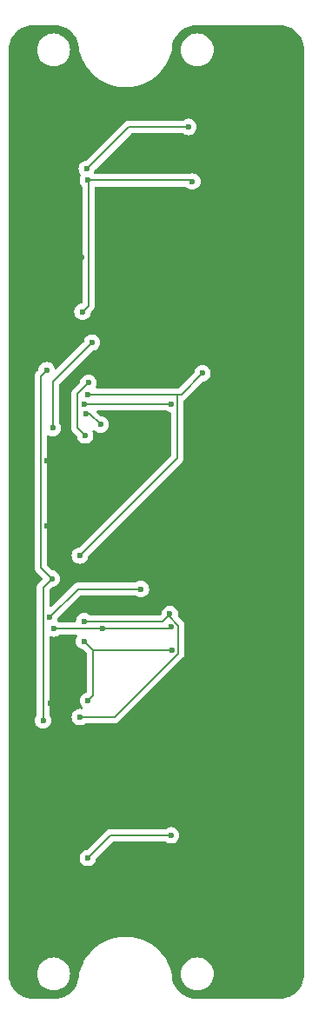
<source format=gbr>
%TF.GenerationSoftware,KiCad,Pcbnew,8.0.6-8.0.6-0~ubuntu24.04.1*%
%TF.CreationDate,2024-12-11T21:49:02+03:00*%
%TF.ProjectId,PM-LED8,504d2d4c-4544-4382-9e6b-696361645f70,rev?*%
%TF.SameCoordinates,Original*%
%TF.FileFunction,Copper,L2,Bot*%
%TF.FilePolarity,Positive*%
%FSLAX46Y46*%
G04 Gerber Fmt 4.6, Leading zero omitted, Abs format (unit mm)*
G04 Created by KiCad (PCBNEW 8.0.6-8.0.6-0~ubuntu24.04.1) date 2024-12-11 21:49:02*
%MOMM*%
%LPD*%
G01*
G04 APERTURE LIST*
%TA.AperFunction,ViaPad*%
%ADD10C,0.600000*%
%TD*%
%TA.AperFunction,Conductor*%
%ADD11C,0.200000*%
%TD*%
G04 APERTURE END LIST*
D10*
%TO.N,Net-(J1-Pin_5)*%
X1439500Y10500000D03*
X-7024800Y10479600D03*
X-1500000Y-7500000D03*
X-10423600Y-10278900D03*
%TO.N,Net-(J1-Pin_8)*%
X1500000Y-13500000D03*
X-7040500Y-12591200D03*
X-6643100Y-18392800D03*
X-10101800Y8167400D03*
X-6258200Y16500000D03*
%TO.N,Net-(J1-Pin_9)*%
X1439500Y-31500000D03*
X-6670300Y-33700000D03*
X-6930200Y7447300D03*
X-6610200Y12570700D03*
%TO.N,Net-(J1-Pin_7)*%
X1437900Y-11204300D03*
X-9977600Y-11359300D03*
X-5218900Y-11359300D03*
%TO.N,Net-(J1-Pin_4)*%
X4500000Y13500000D03*
X-6700000Y11445600D03*
X-7441400Y-4247600D03*
%TO.N,Net-(J1-Pin_6)*%
X1322200Y-9952100D03*
X-7025200Y-10643900D03*
X-7441500Y-19986100D03*
X-5439800Y8508400D03*
X-6809600Y9589800D03*
%TO.N,Net-(J1-Pin_2)*%
X3128200Y37500000D03*
X-6771100Y33408800D03*
X-10182700Y-6493900D03*
X-10672800Y13800000D03*
X-11030800Y-20311100D03*
%TO.N,Net-(J1-Pin_3)*%
X-6670300Y32300000D03*
X3516900Y32178000D03*
X-7184800Y19500000D03*
%TO.N,GND*%
X13470000Y3027300D03*
X13470000Y-27468700D03*
X13470000Y33492800D03*
X13470000Y-7146200D03*
X13470000Y43643000D03*
X13470000Y13172500D03*
X13470000Y23344400D03*
X13470000Y-17302000D03*
X-12515300Y18452600D03*
X-7240600Y4769300D03*
X-10672800Y35022200D03*
X-7240600Y24764700D03*
X-10614000Y-35043100D03*
X-10672800Y-24977800D03*
X-6997200Y-34705000D03*
X-10614000Y-1339400D03*
X-7240600Y-15254800D03*
X-10614000Y4975100D03*
X-10332100Y-18657800D03*
X-10614000Y24956900D03*
%TD*%
D11*
%TO.N,Net-(J1-Pin_5)*%
X-7004400Y10500000D02*
X-7024800Y10479600D01*
X1439500Y10500000D02*
X-7004400Y10500000D01*
X-7644700Y-7500000D02*
X-10423600Y-10278900D01*
X-1500000Y-7500000D02*
X-7644700Y-7500000D01*
%TO.N,Net-(J1-Pin_8)*%
X-6131700Y-17881400D02*
X-6643100Y-18392800D01*
X-6131700Y-13500000D02*
X-6131700Y-17881400D01*
X1500000Y-13500000D02*
X-6131700Y-13500000D01*
X-6131700Y-13500000D02*
X-7040500Y-12591200D01*
X-10101800Y12656400D02*
X-6258200Y16500000D01*
X-10101800Y8167400D02*
X-10101800Y12656400D01*
%TO.N,Net-(J1-Pin_9)*%
X-4470300Y-31500000D02*
X-6670300Y-33700000D01*
X1439500Y-31500000D02*
X-4470300Y-31500000D01*
X-7680400Y11500500D02*
X-6610200Y12570700D01*
X-7680400Y8197500D02*
X-7680400Y11500500D01*
X-6930200Y7447300D02*
X-7680400Y8197500D01*
%TO.N,Net-(J1-Pin_7)*%
X-5218900Y-11359300D02*
X-9977600Y-11359300D01*
X1282900Y-11359300D02*
X1437900Y-11204300D01*
X-5218900Y-11359300D02*
X1282900Y-11359300D01*
%TO.N,Net-(J1-Pin_4)*%
X2042800Y5236600D02*
X-7441400Y-4247600D01*
X2042800Y11445600D02*
X2042800Y5236600D01*
X2445600Y11445600D02*
X2042800Y11445600D01*
X4500000Y13500000D02*
X2445600Y11445600D01*
X2042800Y11445600D02*
X-6700000Y11445600D01*
%TO.N,Net-(J1-Pin_6)*%
X630400Y-10643900D02*
X1179900Y-10094400D01*
X-7025200Y-10643900D02*
X630400Y-10643900D01*
X1179900Y-10094400D02*
X1322200Y-9952100D01*
X-4065600Y-19986100D02*
X-7441500Y-19986100D01*
X2141000Y-13779500D02*
X-4065600Y-19986100D01*
X2141000Y-11055500D02*
X2141000Y-13779500D01*
X1179900Y-10094400D02*
X2141000Y-11055500D01*
X-6521200Y9589800D02*
X-6809600Y9589800D01*
X-5439800Y8508400D02*
X-6521200Y9589800D01*
%TO.N,Net-(J1-Pin_2)*%
X-2679900Y37500000D02*
X-6771100Y33408800D01*
X3128200Y37500000D02*
X-2679900Y37500000D01*
X-11241900Y13230900D02*
X-10672800Y13800000D01*
X-11241900Y-5434700D02*
X-11241900Y13230900D01*
X-10182700Y-6493900D02*
X-11241900Y-5434700D01*
X-11030800Y-7342000D02*
X-10182700Y-6493900D01*
X-11030800Y-20311100D02*
X-11030800Y-7342000D01*
%TO.N,Net-(J1-Pin_3)*%
X3394900Y32300000D02*
X3516900Y32178000D01*
X-6670300Y32300000D02*
X3394900Y32300000D01*
X-6596700Y20088100D02*
X-7184800Y19500000D01*
X-6596700Y32226400D02*
X-6596700Y20088100D01*
X-6670300Y32300000D02*
X-6596700Y32226400D01*
%TD*%
%TA.AperFunction,Conductor*%
%TO.N,GND*%
G36*
X-9896264Y47399274D02*
G01*
X-9618258Y47382458D01*
X-9603395Y47380653D01*
X-9528155Y47366865D01*
X-9333134Y47331126D01*
X-9318605Y47327545D01*
X-9056287Y47245803D01*
X-9042291Y47240495D01*
X-8791736Y47127730D01*
X-8778478Y47120772D01*
X-8543342Y46978627D01*
X-8531031Y46970129D01*
X-8314739Y46800676D01*
X-8303531Y46790746D01*
X-8109255Y46596470D01*
X-8099325Y46585262D01*
X-7929876Y46368976D01*
X-7921370Y46356653D01*
X-7779230Y46121524D01*
X-7772271Y46108265D01*
X-7659506Y45857710D01*
X-7654197Y45843710D01*
X-7572458Y45581403D01*
X-7568874Y45566863D01*
X-7519348Y45296606D01*
X-7517543Y45281742D01*
X-7500844Y45005682D01*
X-7500636Y44996109D01*
X-7501538Y44942543D01*
X-7501306Y44940525D01*
X-7501277Y44940002D01*
X-7501184Y44939301D01*
X-7500933Y44937265D01*
X-7500859Y44936616D01*
X-7500767Y44936133D01*
X-7500501Y44934113D01*
X-7484783Y44875451D01*
X-7484259Y44873426D01*
X-7435975Y44680245D01*
X-7435970Y44680230D01*
X-7302164Y44293831D01*
X-7195608Y44056341D01*
X-7134756Y43920717D01*
X-6935071Y43563848D01*
X-6935066Y43563841D01*
X-6935065Y43563839D01*
X-6819615Y43394552D01*
X-6704664Y43225998D01*
X-6445333Y42909805D01*
X-6159104Y42617739D01*
X-5848210Y42352080D01*
X-5848208Y42352079D01*
X-5848205Y42352076D01*
X-5607236Y42180513D01*
X-5515079Y42114900D01*
X-5515071Y42114896D01*
X-5515069Y42114894D01*
X-5162321Y41908057D01*
X-5162315Y41908055D01*
X-5162313Y41908053D01*
X-4792664Y41733154D01*
X-4792661Y41733153D01*
X-4792659Y41733152D01*
X-4792654Y41733150D01*
X-4409029Y41591569D01*
X-4409010Y41591563D01*
X-4014379Y41484398D01*
X-4014375Y41484397D01*
X-3611810Y41412483D01*
X-3244079Y41379896D01*
X-3204470Y41376385D01*
X-3204469Y41376385D01*
X-2795530Y41376385D01*
X-2759432Y41379585D01*
X-2388190Y41412483D01*
X-1985625Y41484397D01*
X-1590980Y41591566D01*
X-1207336Y41733154D01*
X-837687Y41908053D01*
X-484921Y42114900D01*
X-151790Y42352080D01*
X159104Y42617739D01*
X445333Y42909805D01*
X704664Y43225998D01*
X935071Y43563848D01*
X1134756Y43920717D01*
X1302159Y44293820D01*
X1374904Y44503889D01*
X1435967Y44680223D01*
X1435969Y44680230D01*
X1435974Y44680244D01*
X1484272Y44873486D01*
X1484782Y44875451D01*
X1500500Y44934108D01*
X1500500Y44934114D01*
X1500764Y44936118D01*
X1500854Y44936592D01*
X1500924Y44937199D01*
X1501187Y44939335D01*
X1501276Y44940017D01*
X1501306Y44940526D01*
X1501534Y44942525D01*
X1501537Y44942536D01*
X1500634Y44996129D01*
X1500718Y45000000D01*
X2394551Y45000000D01*
X2414317Y44748849D01*
X2473126Y44503890D01*
X2569533Y44271141D01*
X2701160Y44056347D01*
X2701161Y44056344D01*
X2701164Y44056341D01*
X2864776Y43864776D01*
X3013066Y43738125D01*
X3056343Y43701162D01*
X3056346Y43701161D01*
X3271140Y43569534D01*
X3503889Y43473127D01*
X3748852Y43414317D01*
X4000000Y43394551D01*
X4251148Y43414317D01*
X4496111Y43473127D01*
X4728859Y43569534D01*
X4943659Y43701164D01*
X5135224Y43864776D01*
X5298836Y44056341D01*
X5430466Y44271141D01*
X5526873Y44503889D01*
X5585683Y44748852D01*
X5605449Y45000000D01*
X5585683Y45251148D01*
X5526873Y45496111D01*
X5430466Y45728859D01*
X5430466Y45728860D01*
X5298839Y45943654D01*
X5298838Y45943657D01*
X5261875Y45986934D01*
X5135224Y46135224D01*
X5008571Y46243396D01*
X4943656Y46298839D01*
X4943653Y46298840D01*
X4728859Y46430467D01*
X4496110Y46526874D01*
X4251151Y46585683D01*
X4000000Y46605449D01*
X3748848Y46585683D01*
X3503889Y46526874D01*
X3271140Y46430467D01*
X3056346Y46298840D01*
X3056343Y46298839D01*
X2864776Y46135224D01*
X2701161Y45943657D01*
X2701160Y45943654D01*
X2569533Y45728860D01*
X2473126Y45496111D01*
X2414317Y45251152D01*
X2394551Y45000000D01*
X1500718Y45000000D01*
X1500841Y45005661D01*
X1517542Y45281747D01*
X1519347Y45296606D01*
X1519923Y45299750D01*
X1568874Y45566871D01*
X1572454Y45581392D01*
X1654199Y45843719D01*
X1659501Y45857702D01*
X1772273Y46108272D01*
X1779224Y46121517D01*
X1921378Y46356667D01*
X1929865Y46368963D01*
X2099331Y46585271D01*
X2109246Y46596462D01*
X2303538Y46790754D01*
X2314729Y46800669D01*
X2531037Y46970135D01*
X2543333Y46978622D01*
X2778483Y47120776D01*
X2791728Y47127727D01*
X3042298Y47240499D01*
X3056281Y47245801D01*
X3318608Y47327546D01*
X3333129Y47331126D01*
X3603395Y47380654D01*
X3618255Y47382458D01*
X3896264Y47399274D01*
X3903751Y47399500D01*
X3965892Y47399500D01*
X11934108Y47399500D01*
X11996249Y47399500D01*
X12003736Y47399274D01*
X12281742Y47382458D01*
X12296605Y47380653D01*
X12371845Y47366865D01*
X12566866Y47331126D01*
X12581395Y47327545D01*
X12843713Y47245803D01*
X12857709Y47240495D01*
X13108264Y47127730D01*
X13121522Y47120772D01*
X13356658Y46978627D01*
X13368969Y46970129D01*
X13585261Y46800676D01*
X13596469Y46790746D01*
X13790745Y46596470D01*
X13800675Y46585262D01*
X13970124Y46368976D01*
X13978630Y46356653D01*
X14120770Y46121524D01*
X14127729Y46108265D01*
X14240494Y45857710D01*
X14245803Y45843710D01*
X14327542Y45581403D01*
X14331126Y45566863D01*
X14380652Y45296606D01*
X14382457Y45281742D01*
X14399274Y45003737D01*
X14399500Y44996250D01*
X14399500Y-44996249D01*
X14399274Y-45003736D01*
X14382457Y-45281741D01*
X14380652Y-45296605D01*
X14331126Y-45566862D01*
X14327542Y-45581402D01*
X14245803Y-45843709D01*
X14240494Y-45857709D01*
X14127729Y-46108264D01*
X14120770Y-46121523D01*
X13978630Y-46356652D01*
X13970124Y-46368975D01*
X13800675Y-46585261D01*
X13790745Y-46596469D01*
X13596469Y-46790745D01*
X13585261Y-46800675D01*
X13368975Y-46970124D01*
X13356652Y-46978630D01*
X13121523Y-47120770D01*
X13108264Y-47127729D01*
X12857709Y-47240494D01*
X12843709Y-47245803D01*
X12581402Y-47327542D01*
X12566862Y-47331126D01*
X12296605Y-47380652D01*
X12281741Y-47382457D01*
X12003736Y-47399274D01*
X11996249Y-47399500D01*
X3903751Y-47399500D01*
X3896264Y-47399274D01*
X3618258Y-47382457D01*
X3603394Y-47380652D01*
X3333137Y-47331126D01*
X3318597Y-47327542D01*
X3056290Y-47245803D01*
X3042290Y-47240494D01*
X2791735Y-47127729D01*
X2778476Y-47120770D01*
X2543347Y-46978630D01*
X2531024Y-46970124D01*
X2314738Y-46800675D01*
X2303530Y-46790745D01*
X2109254Y-46596469D01*
X2099324Y-46585261D01*
X1929875Y-46368975D01*
X1921373Y-46356658D01*
X1779228Y-46121522D01*
X1772270Y-46108264D01*
X1698188Y-45943659D01*
X1659504Y-45857706D01*
X1654196Y-45843709D01*
X1572457Y-45581402D01*
X1568873Y-45566862D01*
X1560135Y-45519182D01*
X1519347Y-45296605D01*
X1517542Y-45281742D01*
X1517542Y-45281741D01*
X1500841Y-45005660D01*
X1500718Y-45000000D01*
X2394551Y-45000000D01*
X2414317Y-45251151D01*
X2473126Y-45496110D01*
X2569533Y-45728859D01*
X2701160Y-45943653D01*
X2701161Y-45943656D01*
X2701164Y-45943659D01*
X2864776Y-46135224D01*
X2964391Y-46220303D01*
X3056343Y-46298838D01*
X3056346Y-46298839D01*
X3271140Y-46430466D01*
X3503889Y-46526873D01*
X3748852Y-46585683D01*
X4000000Y-46605449D01*
X4251148Y-46585683D01*
X4496111Y-46526873D01*
X4728859Y-46430466D01*
X4943659Y-46298836D01*
X5135224Y-46135224D01*
X5298836Y-45943659D01*
X5430466Y-45728859D01*
X5526873Y-45496111D01*
X5585683Y-45251148D01*
X5605449Y-45000000D01*
X5585683Y-44748852D01*
X5526873Y-44503889D01*
X5430466Y-44271141D01*
X5430466Y-44271140D01*
X5298839Y-44056346D01*
X5298838Y-44056343D01*
X5261875Y-44013066D01*
X5135224Y-43864776D01*
X5008571Y-43756604D01*
X4943656Y-43701161D01*
X4943653Y-43701160D01*
X4728859Y-43569533D01*
X4496110Y-43473126D01*
X4251151Y-43414317D01*
X4000000Y-43394551D01*
X3748848Y-43414317D01*
X3503889Y-43473126D01*
X3271140Y-43569533D01*
X3056346Y-43701160D01*
X3056343Y-43701161D01*
X2864776Y-43864776D01*
X2701161Y-44056343D01*
X2701160Y-44056346D01*
X2569533Y-44271140D01*
X2473126Y-44503889D01*
X2414317Y-44748848D01*
X2394551Y-45000000D01*
X1500718Y-45000000D01*
X1500634Y-44996126D01*
X1501537Y-44942536D01*
X1501537Y-44942534D01*
X1501537Y-44942532D01*
X1501306Y-44940516D01*
X1501277Y-44940010D01*
X1501187Y-44939326D01*
X1500930Y-44937239D01*
X1500858Y-44936616D01*
X1500766Y-44936129D01*
X1500500Y-44934110D01*
X1500500Y-44934108D01*
X1484772Y-44875415D01*
X1484250Y-44873394D01*
X1477113Y-44844838D01*
X1435974Y-44680244D01*
X1435969Y-44680229D01*
X1435967Y-44680222D01*
X1302163Y-44293830D01*
X1195609Y-44056346D01*
X1134756Y-43920717D01*
X935071Y-43563848D01*
X704664Y-43225998D01*
X445333Y-42909805D01*
X159104Y-42617739D01*
X-151790Y-42352080D01*
X-151793Y-42352078D01*
X-151796Y-42352075D01*
X-484911Y-42114907D01*
X-484932Y-42114893D01*
X-837680Y-41908056D01*
X-1207342Y-41733151D01*
X-1207347Y-41733149D01*
X-1590972Y-41591568D01*
X-1590991Y-41591562D01*
X-1985622Y-41484397D01*
X-1985628Y-41484396D01*
X-2388189Y-41412483D01*
X-2795530Y-41376385D01*
X-2795531Y-41376385D01*
X-3204469Y-41376385D01*
X-3204470Y-41376385D01*
X-3611812Y-41412483D01*
X-4014373Y-41484396D01*
X-4014379Y-41484397D01*
X-4409010Y-41591562D01*
X-4409029Y-41591568D01*
X-4792654Y-41733149D01*
X-4792659Y-41733151D01*
X-5162321Y-41908056D01*
X-5515069Y-42114893D01*
X-5515090Y-42114907D01*
X-5848205Y-42352075D01*
X-5848215Y-42352084D01*
X-6159105Y-42617739D01*
X-6445324Y-42909795D01*
X-6445340Y-42909813D01*
X-6704657Y-43225988D01*
X-6704671Y-43226007D01*
X-6935065Y-43563838D01*
X-6935069Y-43563844D01*
X-6935071Y-43563848D01*
X-7066778Y-43799230D01*
X-7134753Y-43920712D01*
X-7134760Y-43920724D01*
X-7302164Y-44293830D01*
X-7435970Y-44680229D01*
X-7435973Y-44680239D01*
X-7484260Y-44873425D01*
X-7484783Y-44875446D01*
X-7500501Y-44934113D01*
X-7500767Y-44936134D01*
X-7500861Y-44936628D01*
X-7500938Y-44937301D01*
X-7501184Y-44939298D01*
X-7501277Y-44940005D01*
X-7501306Y-44940515D01*
X-7501538Y-44942534D01*
X-7500636Y-44996107D01*
X-7500844Y-45005680D01*
X-7517543Y-45281741D01*
X-7519348Y-45296605D01*
X-7568874Y-45566862D01*
X-7572458Y-45581402D01*
X-7654197Y-45843709D01*
X-7659506Y-45857709D01*
X-7772271Y-46108264D01*
X-7779230Y-46121523D01*
X-7921370Y-46356652D01*
X-7929876Y-46368975D01*
X-8099325Y-46585261D01*
X-8109255Y-46596469D01*
X-8303531Y-46790745D01*
X-8314739Y-46800675D01*
X-8531025Y-46970124D01*
X-8543348Y-46978630D01*
X-8778477Y-47120770D01*
X-8791736Y-47127729D01*
X-9042291Y-47240494D01*
X-9056291Y-47245803D01*
X-9318598Y-47327542D01*
X-9333138Y-47331126D01*
X-9603395Y-47380652D01*
X-9618259Y-47382457D01*
X-9896264Y-47399274D01*
X-9903751Y-47399500D01*
X-11996249Y-47399500D01*
X-12003736Y-47399274D01*
X-12281742Y-47382457D01*
X-12296606Y-47380652D01*
X-12566863Y-47331126D01*
X-12581403Y-47327542D01*
X-12843710Y-47245803D01*
X-12857710Y-47240494D01*
X-13108265Y-47127729D01*
X-13121524Y-47120770D01*
X-13356653Y-46978630D01*
X-13368976Y-46970124D01*
X-13585262Y-46800675D01*
X-13596470Y-46790745D01*
X-13790746Y-46596469D01*
X-13800676Y-46585261D01*
X-13970125Y-46368975D01*
X-13978627Y-46356658D01*
X-14120772Y-46121522D01*
X-14127730Y-46108264D01*
X-14201812Y-45943659D01*
X-14240496Y-45857706D01*
X-14245804Y-45843709D01*
X-14327543Y-45581402D01*
X-14331127Y-45566862D01*
X-14339865Y-45519182D01*
X-14380653Y-45296605D01*
X-14382458Y-45281741D01*
X-14384309Y-45251148D01*
X-14399274Y-45003736D01*
X-14399387Y-45000000D01*
X-11605449Y-45000000D01*
X-11585683Y-45251151D01*
X-11526874Y-45496110D01*
X-11430467Y-45728859D01*
X-11298840Y-45943653D01*
X-11298839Y-45943656D01*
X-11298836Y-45943659D01*
X-11135224Y-46135224D01*
X-11035609Y-46220303D01*
X-10943657Y-46298838D01*
X-10943654Y-46298839D01*
X-10728860Y-46430466D01*
X-10496111Y-46526873D01*
X-10251148Y-46585683D01*
X-10000000Y-46605449D01*
X-9748852Y-46585683D01*
X-9503889Y-46526873D01*
X-9271141Y-46430466D01*
X-9056341Y-46298836D01*
X-8864776Y-46135224D01*
X-8701164Y-45943659D01*
X-8569534Y-45728859D01*
X-8473127Y-45496111D01*
X-8414317Y-45251148D01*
X-8394551Y-45000000D01*
X-8414317Y-44748852D01*
X-8473127Y-44503889D01*
X-8569534Y-44271141D01*
X-8569534Y-44271140D01*
X-8701161Y-44056346D01*
X-8701162Y-44056343D01*
X-8738125Y-44013066D01*
X-8864776Y-43864776D01*
X-8991429Y-43756604D01*
X-9056344Y-43701161D01*
X-9056347Y-43701160D01*
X-9271141Y-43569533D01*
X-9503890Y-43473126D01*
X-9748849Y-43414317D01*
X-10000000Y-43394551D01*
X-10251152Y-43414317D01*
X-10496111Y-43473126D01*
X-10728860Y-43569533D01*
X-10943654Y-43701160D01*
X-10943657Y-43701161D01*
X-11135224Y-43864776D01*
X-11298839Y-44056343D01*
X-11298840Y-44056346D01*
X-11430467Y-44271140D01*
X-11526874Y-44503889D01*
X-11585683Y-44748848D01*
X-11605449Y-45000000D01*
X-14399387Y-45000000D01*
X-14399500Y-44996249D01*
X-14399500Y-33699996D01*
X-7475865Y-33699996D01*
X-7475865Y-33700003D01*
X-7455670Y-33879249D01*
X-7455669Y-33879254D01*
X-7396089Y-34049523D01*
X-7300116Y-34202262D01*
X-7172562Y-34329816D01*
X-7019822Y-34425789D01*
X-6849555Y-34485368D01*
X-6849550Y-34485369D01*
X-6670304Y-34505565D01*
X-6670300Y-34505565D01*
X-6670296Y-34505565D01*
X-6491051Y-34485369D01*
X-6491048Y-34485368D01*
X-6491045Y-34485368D01*
X-6320778Y-34425789D01*
X-6168038Y-34329816D01*
X-6040484Y-34202262D01*
X-5944511Y-34049522D01*
X-5884932Y-33879255D01*
X-5875139Y-33792329D01*
X-5848074Y-33727918D01*
X-5839610Y-33718543D01*
X-4257884Y-32136819D01*
X-4196561Y-32103334D01*
X-4170203Y-32100500D01*
X857088Y-32100500D01*
X924127Y-32120185D01*
X934403Y-32127555D01*
X937236Y-32129814D01*
X937238Y-32129816D01*
X1089978Y-32225789D01*
X1260245Y-32285368D01*
X1260250Y-32285369D01*
X1439496Y-32305565D01*
X1439500Y-32305565D01*
X1439504Y-32305565D01*
X1618749Y-32285369D01*
X1618752Y-32285368D01*
X1618755Y-32285368D01*
X1789022Y-32225789D01*
X1941762Y-32129816D01*
X2069316Y-32002262D01*
X2165289Y-31849522D01*
X2224868Y-31679255D01*
X2245065Y-31500000D01*
X2224868Y-31320745D01*
X2165289Y-31150478D01*
X2069316Y-30997738D01*
X1941762Y-30870184D01*
X1789023Y-30774211D01*
X1618754Y-30714631D01*
X1618749Y-30714630D01*
X1439504Y-30694435D01*
X1439496Y-30694435D01*
X1260250Y-30714630D01*
X1260245Y-30714631D01*
X1089976Y-30774211D01*
X937236Y-30870185D01*
X934403Y-30872445D01*
X932224Y-30873334D01*
X931342Y-30873889D01*
X931244Y-30873734D01*
X869717Y-30898855D01*
X857088Y-30899500D01*
X-4383631Y-30899500D01*
X-4383647Y-30899499D01*
X-4391243Y-30899499D01*
X-4549357Y-30899499D01*
X-4656713Y-30928265D01*
X-4702090Y-30940424D01*
X-4702091Y-30940425D01*
X-4737234Y-30960716D01*
X-4737236Y-30960717D01*
X-4839010Y-31019475D01*
X-4839018Y-31019481D01*
X-4950822Y-31131286D01*
X-6688835Y-32869298D01*
X-6750158Y-32902783D01*
X-6762632Y-32904837D01*
X-6849550Y-32914630D01*
X-7019822Y-32974210D01*
X-7172563Y-33070184D01*
X-7300116Y-33197737D01*
X-7396089Y-33350476D01*
X-7455669Y-33520745D01*
X-7455670Y-33520750D01*
X-7475865Y-33699996D01*
X-14399500Y-33699996D01*
X-14399500Y-5513754D01*
X-11842402Y-5513754D01*
X-11801476Y-5666489D01*
X-11801475Y-5666490D01*
X-11777202Y-5708531D01*
X-11777201Y-5708533D01*
X-11722425Y-5803409D01*
X-11722419Y-5803417D01*
X-11603551Y-5922285D01*
X-11603545Y-5922290D01*
X-11119617Y-6406218D01*
X-11086132Y-6467541D01*
X-11091116Y-6537233D01*
X-11119617Y-6581580D01*
X-11399514Y-6861478D01*
X-11511319Y-6973282D01*
X-11511321Y-6973285D01*
X-11545901Y-7033181D01*
X-11545902Y-7033183D01*
X-11590377Y-7110214D01*
X-11593995Y-7123716D01*
X-11631301Y-7262943D01*
X-11631301Y-7262945D01*
X-11631301Y-7431046D01*
X-11631300Y-7431059D01*
X-11631300Y-19728687D01*
X-11650985Y-19795726D01*
X-11658350Y-19805996D01*
X-11660614Y-19808834D01*
X-11756589Y-19961576D01*
X-11816169Y-20131845D01*
X-11816170Y-20131850D01*
X-11836365Y-20311096D01*
X-11836365Y-20311103D01*
X-11816170Y-20490349D01*
X-11816169Y-20490354D01*
X-11756589Y-20660623D01*
X-11724376Y-20711889D01*
X-11660616Y-20813362D01*
X-11533062Y-20940916D01*
X-11380322Y-21036889D01*
X-11210055Y-21096468D01*
X-11210050Y-21096469D01*
X-11030804Y-21116665D01*
X-11030800Y-21116665D01*
X-11030796Y-21116665D01*
X-10851551Y-21096469D01*
X-10851548Y-21096468D01*
X-10851545Y-21096468D01*
X-10681278Y-21036889D01*
X-10528538Y-20940916D01*
X-10400984Y-20813362D01*
X-10305011Y-20660622D01*
X-10245432Y-20490355D01*
X-10245207Y-20488362D01*
X-10225235Y-20311103D01*
X-10225235Y-20311096D01*
X-10245431Y-20131850D01*
X-10245432Y-20131845D01*
X-10305011Y-19961578D01*
X-10400984Y-19808838D01*
X-10400986Y-19808836D01*
X-10400987Y-19808834D01*
X-10403250Y-19805996D01*
X-10404141Y-19803815D01*
X-10404689Y-19802942D01*
X-10404536Y-19802845D01*
X-10429656Y-19741309D01*
X-10430300Y-19728687D01*
X-10430300Y-12223747D01*
X-10410615Y-12156708D01*
X-10357811Y-12110953D01*
X-10288653Y-12101009D01*
X-10265345Y-12106706D01*
X-10156863Y-12144666D01*
X-10156857Y-12144667D01*
X-10156855Y-12144668D01*
X-10156854Y-12144668D01*
X-10156850Y-12144669D01*
X-9977604Y-12164865D01*
X-9977600Y-12164865D01*
X-9977596Y-12164865D01*
X-9798351Y-12144669D01*
X-9798348Y-12144668D01*
X-9798345Y-12144668D01*
X-9628078Y-12085089D01*
X-9475338Y-11989116D01*
X-9475333Y-11989110D01*
X-9472503Y-11986855D01*
X-9470325Y-11985965D01*
X-9469442Y-11985411D01*
X-9469345Y-11985565D01*
X-9407817Y-11960445D01*
X-9395188Y-11959800D01*
X-7813535Y-11959800D01*
X-7746496Y-11979485D01*
X-7700741Y-12032289D01*
X-7690797Y-12101447D01*
X-7708541Y-12149772D01*
X-7766289Y-12241676D01*
X-7825869Y-12411945D01*
X-7825870Y-12411950D01*
X-7846065Y-12591196D01*
X-7846065Y-12591203D01*
X-7825870Y-12770449D01*
X-7825869Y-12770454D01*
X-7766289Y-12940723D01*
X-7670316Y-13093462D01*
X-7542762Y-13221016D01*
X-7390022Y-13316989D01*
X-7219755Y-13376568D01*
X-7132831Y-13386361D01*
X-7068420Y-13413426D01*
X-7059035Y-13421900D01*
X-6768519Y-13712416D01*
X-6735034Y-13773739D01*
X-6732200Y-13800097D01*
X-6732200Y-17487968D01*
X-6751885Y-17555007D01*
X-6804689Y-17600762D01*
X-6815975Y-17604587D01*
X-6815783Y-17605133D01*
X-6822353Y-17607431D01*
X-6822355Y-17607432D01*
X-6884942Y-17629331D01*
X-6992622Y-17667010D01*
X-7145363Y-17762984D01*
X-7272916Y-17890537D01*
X-7368889Y-18043276D01*
X-7428469Y-18213545D01*
X-7428470Y-18213550D01*
X-7448665Y-18392796D01*
X-7448665Y-18392803D01*
X-7428470Y-18572049D01*
X-7428469Y-18572054D01*
X-7368889Y-18742323D01*
X-7272916Y-18895062D01*
X-7180366Y-18987612D01*
X-7146881Y-19048935D01*
X-7151865Y-19118627D01*
X-7193737Y-19174560D01*
X-7259201Y-19198977D01*
X-7281930Y-19198513D01*
X-7441496Y-19180535D01*
X-7441504Y-19180535D01*
X-7620750Y-19200730D01*
X-7620755Y-19200731D01*
X-7791024Y-19260311D01*
X-7943763Y-19356284D01*
X-8071316Y-19483837D01*
X-8167289Y-19636576D01*
X-8226869Y-19806845D01*
X-8226870Y-19806850D01*
X-8247065Y-19986096D01*
X-8247065Y-19986103D01*
X-8226870Y-20165349D01*
X-8226869Y-20165354D01*
X-8167289Y-20335623D01*
X-8071316Y-20488362D01*
X-7943762Y-20615916D01*
X-7791022Y-20711889D01*
X-7620755Y-20771468D01*
X-7620750Y-20771469D01*
X-7441504Y-20791665D01*
X-7441500Y-20791665D01*
X-7441496Y-20791665D01*
X-7262251Y-20771469D01*
X-7262248Y-20771468D01*
X-7262245Y-20771468D01*
X-7091978Y-20711889D01*
X-6939238Y-20615916D01*
X-6939233Y-20615910D01*
X-6936403Y-20613655D01*
X-6934225Y-20612765D01*
X-6933342Y-20612211D01*
X-6933245Y-20612365D01*
X-6871717Y-20587245D01*
X-6859088Y-20586600D01*
X-4152269Y-20586600D01*
X-4152253Y-20586601D01*
X-4144657Y-20586601D01*
X-3986546Y-20586601D01*
X-3986543Y-20586601D01*
X-3833815Y-20545677D01*
X-3783696Y-20516739D01*
X-3696884Y-20466620D01*
X-3585080Y-20354816D01*
X-3585080Y-20354814D01*
X-3574872Y-20344607D01*
X-3574870Y-20344604D01*
X2499506Y-14270228D01*
X2499511Y-14270224D01*
X2509714Y-14260020D01*
X2509716Y-14260020D01*
X2621520Y-14148216D01*
X2684412Y-14039283D01*
X2700577Y-14011285D01*
X2741501Y-13858557D01*
X2741501Y-13700443D01*
X2741501Y-13692848D01*
X2741500Y-13692830D01*
X2741500Y-11144560D01*
X2741501Y-11144547D01*
X2741501Y-10976444D01*
X2700576Y-10823714D01*
X2700573Y-10823709D01*
X2621524Y-10686790D01*
X2621518Y-10686782D01*
X2145593Y-10210857D01*
X2112108Y-10149534D01*
X2110054Y-10109292D01*
X2127765Y-9952102D01*
X2127765Y-9952096D01*
X2107569Y-9772850D01*
X2107568Y-9772845D01*
X2047988Y-9602576D01*
X1952015Y-9449837D01*
X1824462Y-9322284D01*
X1671723Y-9226311D01*
X1501454Y-9166731D01*
X1501449Y-9166730D01*
X1322204Y-9146535D01*
X1322196Y-9146535D01*
X1142950Y-9166730D01*
X1142945Y-9166731D01*
X972676Y-9226311D01*
X819937Y-9322284D01*
X692384Y-9449837D01*
X596410Y-9602578D01*
X536830Y-9772850D01*
X527037Y-9859767D01*
X499970Y-9924181D01*
X491499Y-9933563D01*
X417984Y-10007080D01*
X356662Y-10040566D01*
X330302Y-10043400D01*
X-6442788Y-10043400D01*
X-6509827Y-10023715D01*
X-6520103Y-10016345D01*
X-6522937Y-10014085D01*
X-6522938Y-10014084D01*
X-6579704Y-9978415D01*
X-6675677Y-9918111D01*
X-6845946Y-9858531D01*
X-6845951Y-9858530D01*
X-7025196Y-9838335D01*
X-7025204Y-9838335D01*
X-7204450Y-9858530D01*
X-7204455Y-9858531D01*
X-7374724Y-9918111D01*
X-7527463Y-10014084D01*
X-7655016Y-10141637D01*
X-7750989Y-10294376D01*
X-7810569Y-10464645D01*
X-7810570Y-10464650D01*
X-7831304Y-10648683D01*
X-7858370Y-10713097D01*
X-7915965Y-10752652D01*
X-7954524Y-10758800D01*
X-9395188Y-10758800D01*
X-9462227Y-10739115D01*
X-9472503Y-10731745D01*
X-9475337Y-10729485D01*
X-9475338Y-10729484D01*
X-9602977Y-10649283D01*
X-9649265Y-10596952D01*
X-9659914Y-10527898D01*
X-9654047Y-10503349D01*
X-9638232Y-10458155D01*
X-9628439Y-10371229D01*
X-9601374Y-10306818D01*
X-9592910Y-10297443D01*
X-7432284Y-8136819D01*
X-7370961Y-8103334D01*
X-7344603Y-8100500D01*
X-2082412Y-8100500D01*
X-2015373Y-8120185D01*
X-2005097Y-8127555D01*
X-2002264Y-8129814D01*
X-2002262Y-8129816D01*
X-1849522Y-8225789D01*
X-1679255Y-8285368D01*
X-1679250Y-8285369D01*
X-1500004Y-8305565D01*
X-1500000Y-8305565D01*
X-1499996Y-8305565D01*
X-1320751Y-8285369D01*
X-1320748Y-8285368D01*
X-1320745Y-8285368D01*
X-1150478Y-8225789D01*
X-997738Y-8129816D01*
X-870184Y-8002262D01*
X-774211Y-7849522D01*
X-714632Y-7679255D01*
X-704658Y-7590735D01*
X-694435Y-7500003D01*
X-694435Y-7499996D01*
X-714631Y-7320750D01*
X-714632Y-7320745D01*
X-725719Y-7289060D01*
X-774211Y-7150478D01*
X-799511Y-7110214D01*
X-813418Y-7088080D01*
X-870184Y-6997738D01*
X-997738Y-6870184D01*
X-1011590Y-6861480D01*
X-1150477Y-6774211D01*
X-1320746Y-6714631D01*
X-1320751Y-6714630D01*
X-1499996Y-6694435D01*
X-1500004Y-6694435D01*
X-1679250Y-6714630D01*
X-1679255Y-6714631D01*
X-1849524Y-6774211D01*
X-2002264Y-6870185D01*
X-2005097Y-6872445D01*
X-2007276Y-6873334D01*
X-2008158Y-6873889D01*
X-2008256Y-6873734D01*
X-2069783Y-6898855D01*
X-2082412Y-6899500D01*
X-7565643Y-6899500D01*
X-7723757Y-6899500D01*
X-7876485Y-6940423D01*
X-7876486Y-6940423D01*
X-7876488Y-6940424D01*
X-7876491Y-6940425D01*
X-7911634Y-6960716D01*
X-7911636Y-6960717D01*
X-8013410Y-7019475D01*
X-8013418Y-7019481D01*
X-10218619Y-9224683D01*
X-10279942Y-9258168D01*
X-10349634Y-9253184D01*
X-10405567Y-9211312D01*
X-10429984Y-9145848D01*
X-10430300Y-9137002D01*
X-10430300Y-7642096D01*
X-10410615Y-7575057D01*
X-10393985Y-7554419D01*
X-10164165Y-7324598D01*
X-10102844Y-7291115D01*
X-10090389Y-7289063D01*
X-10003445Y-7279268D01*
X-9833178Y-7219689D01*
X-9680438Y-7123716D01*
X-9552884Y-6996162D01*
X-9456911Y-6843422D01*
X-9397332Y-6673155D01*
X-9377135Y-6493900D01*
X-9380105Y-6467541D01*
X-9397331Y-6314650D01*
X-9397332Y-6314645D01*
X-9456912Y-6144376D01*
X-9552885Y-5991637D01*
X-9680438Y-5864084D01*
X-9833179Y-5768110D01*
X-10003451Y-5708530D01*
X-10090370Y-5698737D01*
X-10154784Y-5671670D01*
X-10164167Y-5663198D01*
X-10605081Y-5222284D01*
X-10638566Y-5160961D01*
X-10641400Y-5134603D01*
X-10641400Y7336684D01*
X-10621715Y7403723D01*
X-10568911Y7449478D01*
X-10499753Y7459422D01*
X-10457878Y7444044D01*
X-10457595Y7444631D01*
X-10451553Y7441722D01*
X-10451419Y7441672D01*
X-10451322Y7441611D01*
X-10281055Y7382032D01*
X-10281050Y7382031D01*
X-10101804Y7361835D01*
X-10101800Y7361835D01*
X-10101796Y7361835D01*
X-9922551Y7382031D01*
X-9922548Y7382032D01*
X-9922545Y7382032D01*
X-9752278Y7441611D01*
X-9599538Y7537584D01*
X-9471984Y7665138D01*
X-9376011Y7817878D01*
X-9316432Y7988145D01*
X-9316431Y7988151D01*
X-9301750Y8118446D01*
X-8280902Y8118446D01*
X-8280901Y8118443D01*
X-8242871Y7976514D01*
X-8239976Y7965713D01*
X-8230652Y7949564D01*
X-8230651Y7949562D01*
X-8160923Y7828788D01*
X-8160919Y7828783D01*
X-8042051Y7709915D01*
X-8042045Y7709910D01*
X-7760902Y7428767D01*
X-7727417Y7367444D01*
X-7725363Y7354970D01*
X-7715570Y7268051D01*
X-7655990Y7097779D01*
X-7560016Y6945038D01*
X-7432462Y6817484D01*
X-7279722Y6721511D01*
X-7109455Y6661932D01*
X-7109450Y6661931D01*
X-6930204Y6641735D01*
X-6930200Y6641735D01*
X-6930196Y6641735D01*
X-6750951Y6661931D01*
X-6750948Y6661932D01*
X-6750945Y6661932D01*
X-6580678Y6721511D01*
X-6427938Y6817484D01*
X-6300384Y6945038D01*
X-6204411Y7097778D01*
X-6144832Y7268045D01*
X-6135038Y7354970D01*
X-6124635Y7447297D01*
X-6124635Y7447304D01*
X-6144831Y7626550D01*
X-6144832Y7626555D01*
X-6176473Y7716980D01*
X-6204411Y7796822D01*
X-6204413Y7796825D01*
X-6204413Y7796826D01*
X-6207407Y7803044D01*
X-6218761Y7871985D01*
X-6191039Y7936120D01*
X-6133045Y7975087D01*
X-6063190Y7976514D01*
X-6008007Y7944529D01*
X-5942062Y7878584D01*
X-5862812Y7828788D01*
X-5845448Y7817877D01*
X-5789322Y7782611D01*
X-5619055Y7723032D01*
X-5619050Y7723031D01*
X-5439804Y7702835D01*
X-5439800Y7702835D01*
X-5439796Y7702835D01*
X-5260551Y7723031D01*
X-5260548Y7723032D01*
X-5260545Y7723032D01*
X-5090278Y7782611D01*
X-4937538Y7878584D01*
X-4809984Y8006138D01*
X-4714011Y8158878D01*
X-4654432Y8329145D01*
X-4654431Y8329151D01*
X-4634235Y8508397D01*
X-4634235Y8508404D01*
X-4654431Y8687650D01*
X-4654432Y8687655D01*
X-4714012Y8857924D01*
X-4809985Y9010663D01*
X-4937538Y9138216D01*
X-5090279Y9234190D01*
X-5260551Y9293770D01*
X-5347470Y9303563D01*
X-5411884Y9330630D01*
X-5421267Y9339102D01*
X-5769984Y9687819D01*
X-5803469Y9749142D01*
X-5798485Y9818834D01*
X-5756613Y9874767D01*
X-5691149Y9899184D01*
X-5682303Y9899500D01*
X857088Y9899500D01*
X924127Y9879815D01*
X934403Y9872445D01*
X937236Y9870186D01*
X937238Y9870184D01*
X1089978Y9774211D01*
X1260245Y9714632D01*
X1260250Y9714631D01*
X1332183Y9706526D01*
X1396597Y9679460D01*
X1436153Y9621865D01*
X1442300Y9583306D01*
X1442300Y5536698D01*
X1422615Y5469659D01*
X1405981Y5449017D01*
X-7459935Y-3416898D01*
X-7521258Y-3450383D01*
X-7533732Y-3452437D01*
X-7620650Y-3462230D01*
X-7790922Y-3521810D01*
X-7943663Y-3617784D01*
X-8071216Y-3745337D01*
X-8167189Y-3898076D01*
X-8226769Y-4068345D01*
X-8226770Y-4068350D01*
X-8246965Y-4247596D01*
X-8246965Y-4247603D01*
X-8226770Y-4426849D01*
X-8226769Y-4426854D01*
X-8167189Y-4597123D01*
X-8071216Y-4749862D01*
X-7943662Y-4877416D01*
X-7790922Y-4973389D01*
X-7620655Y-5032968D01*
X-7620650Y-5032969D01*
X-7441404Y-5053165D01*
X-7441400Y-5053165D01*
X-7441396Y-5053165D01*
X-7262151Y-5032969D01*
X-7262148Y-5032968D01*
X-7262145Y-5032968D01*
X-7091878Y-4973389D01*
X-6939138Y-4877416D01*
X-6811584Y-4749862D01*
X-6715611Y-4597122D01*
X-6656032Y-4426855D01*
X-6646239Y-4339929D01*
X-6619174Y-4275518D01*
X-6610710Y-4266143D01*
X2411513Y4756079D01*
X2411516Y4756080D01*
X2523320Y4867884D01*
X2573439Y4954696D01*
X2602377Y5004815D01*
X2643300Y5157542D01*
X2643300Y5315657D01*
X2643300Y10794753D01*
X2662985Y10861792D01*
X2705299Y10902139D01*
X2722667Y10912167D01*
X2772474Y10940923D01*
X2814316Y10965080D01*
X2926120Y11076884D01*
X2926120Y11076886D01*
X2936324Y11087089D01*
X2936328Y11087094D01*
X4518535Y12669302D01*
X4579856Y12702785D01*
X4592311Y12704837D01*
X4679255Y12714632D01*
X4849522Y12774211D01*
X5002262Y12870184D01*
X5129816Y12997738D01*
X5225789Y13150478D01*
X5285368Y13320745D01*
X5305565Y13500000D01*
X5302419Y13527918D01*
X5285369Y13679250D01*
X5285368Y13679255D01*
X5236632Y13818535D01*
X5225789Y13849522D01*
X5198303Y13893265D01*
X5129815Y14002263D01*
X5002262Y14129816D01*
X4849523Y14225789D01*
X4679254Y14285369D01*
X4679249Y14285370D01*
X4500004Y14305565D01*
X4499996Y14305565D01*
X4320750Y14285370D01*
X4320745Y14285369D01*
X4150476Y14225789D01*
X3997737Y14129816D01*
X3870184Y14002263D01*
X3774210Y13849522D01*
X3714630Y13679250D01*
X3704837Y13592332D01*
X3677770Y13527918D01*
X3669298Y13518535D01*
X2233184Y12082419D01*
X2171861Y12048934D01*
X2145503Y12046100D01*
X-5771379Y12046100D01*
X-5838418Y12065785D01*
X-5884173Y12118589D01*
X-5894117Y12187747D01*
X-5886006Y12214359D01*
X-5886711Y12214605D01*
X-5884411Y12221178D01*
X-5824832Y12391445D01*
X-5804635Y12570700D01*
X-5807781Y12598618D01*
X-5824831Y12749950D01*
X-5824832Y12749955D01*
X-5866902Y12870184D01*
X-5884411Y12920222D01*
X-5980384Y13072962D01*
X-6107938Y13200516D01*
X-6260677Y13296489D01*
X-6430946Y13356069D01*
X-6430951Y13356070D01*
X-6610196Y13376265D01*
X-6610204Y13376265D01*
X-6789450Y13356070D01*
X-6789455Y13356069D01*
X-6959724Y13296489D01*
X-7112463Y13200516D01*
X-7240016Y13072963D01*
X-7335990Y12920222D01*
X-7395570Y12749950D01*
X-7405363Y12663032D01*
X-7432430Y12598618D01*
X-7440902Y12589235D01*
X-7808958Y12221178D01*
X-8049114Y11981022D01*
X-8049116Y11981020D01*
X-8105018Y11925119D01*
X-8160919Y11869218D01*
X-8160920Y11869216D01*
X-8174952Y11844911D01*
X-8239977Y11732285D01*
X-8280901Y11579557D01*
X-8280901Y11579555D01*
X-8280901Y11411454D01*
X-8280900Y11411441D01*
X-8280900Y8284170D01*
X-8280901Y8284152D01*
X-8280901Y8118446D01*
X-8280902Y8118446D01*
X-9301750Y8118446D01*
X-9296235Y8167397D01*
X-9296235Y8167404D01*
X-9316431Y8346650D01*
X-9316432Y8346655D01*
X-9373029Y8508400D01*
X-9376011Y8516922D01*
X-9471984Y8669662D01*
X-9471986Y8669664D01*
X-9471987Y8669666D01*
X-9474250Y8672504D01*
X-9475141Y8674685D01*
X-9475689Y8675558D01*
X-9475536Y8675655D01*
X-9500656Y8737191D01*
X-9501300Y8749813D01*
X-9501300Y12356304D01*
X-9481615Y12423343D01*
X-9464986Y12443980D01*
X-6239665Y15669302D01*
X-6178344Y15702785D01*
X-6165889Y15704837D01*
X-6078945Y15714632D01*
X-5908678Y15774211D01*
X-5755938Y15870184D01*
X-5628384Y15997738D01*
X-5532411Y16150478D01*
X-5472832Y16320745D01*
X-5452635Y16500000D01*
X-5455781Y16527918D01*
X-5472831Y16679250D01*
X-5472832Y16679255D01*
X-5532412Y16849524D01*
X-5628385Y17002263D01*
X-5755938Y17129816D01*
X-5908677Y17225789D01*
X-6078946Y17285369D01*
X-6078951Y17285370D01*
X-6258196Y17305565D01*
X-6258204Y17305565D01*
X-6437450Y17285370D01*
X-6437455Y17285369D01*
X-6607724Y17225789D01*
X-6760463Y17129816D01*
X-6888016Y17002263D01*
X-6983990Y16849522D01*
X-7043570Y16679250D01*
X-7053363Y16592332D01*
X-7080430Y16527918D01*
X-7088902Y16518535D01*
X-9680687Y13926750D01*
X-9742010Y13893265D01*
X-9811702Y13898249D01*
X-9867635Y13940121D01*
X-9885410Y13973476D01*
X-9887432Y13979255D01*
X-9947011Y14149522D01*
X-10042984Y14302262D01*
X-10170538Y14429816D01*
X-10323277Y14525789D01*
X-10493546Y14585369D01*
X-10493551Y14585370D01*
X-10672796Y14605565D01*
X-10672804Y14605565D01*
X-10852050Y14585370D01*
X-10852055Y14585369D01*
X-11022324Y14525789D01*
X-11175063Y14429816D01*
X-11302616Y14302263D01*
X-11398590Y14149522D01*
X-11458170Y13979250D01*
X-11467963Y13892332D01*
X-11495030Y13827918D01*
X-11503501Y13818535D01*
X-11610614Y13711422D01*
X-11722419Y13599618D01*
X-11722423Y13599613D01*
X-11740548Y13568217D01*
X-11740549Y13568215D01*
X-11801477Y13462685D01*
X-11842401Y13309957D01*
X-11842401Y13309955D01*
X-11842401Y13141854D01*
X-11842400Y13141841D01*
X-11842400Y-5348030D01*
X-11842401Y-5348048D01*
X-11842401Y-5513754D01*
X-11842402Y-5513754D01*
X-14399500Y-5513754D01*
X-14399500Y19500004D01*
X-7990365Y19500004D01*
X-7990365Y19499997D01*
X-7970170Y19320751D01*
X-7970169Y19320746D01*
X-7910589Y19150477D01*
X-7814616Y18997738D01*
X-7687062Y18870184D01*
X-7534322Y18774211D01*
X-7364055Y18714632D01*
X-7364050Y18714631D01*
X-7184804Y18694435D01*
X-7184800Y18694435D01*
X-7184796Y18694435D01*
X-7005551Y18714631D01*
X-7005548Y18714632D01*
X-7005545Y18714632D01*
X-6835278Y18774211D01*
X-6682538Y18870184D01*
X-6554984Y18997738D01*
X-6459011Y19150478D01*
X-6399432Y19320745D01*
X-6389639Y19407671D01*
X-6362574Y19472082D01*
X-6354110Y19481457D01*
X-6238194Y19597372D01*
X-6238189Y19597376D01*
X-6227986Y19607580D01*
X-6227984Y19607580D01*
X-6116180Y19719384D01*
X-6041045Y19849522D01*
X-6037123Y19856315D01*
X-5996199Y20009043D01*
X-5996199Y20167157D01*
X-5996199Y20174752D01*
X-5996200Y20174770D01*
X-5996200Y31575500D01*
X-5976515Y31642539D01*
X-5923711Y31688294D01*
X-5872200Y31699500D01*
X2811960Y31699500D01*
X2878999Y31679815D01*
X2899641Y31663181D01*
X3014638Y31548184D01*
X3167378Y31452211D01*
X3337645Y31392632D01*
X3337650Y31392631D01*
X3516896Y31372435D01*
X3516900Y31372435D01*
X3516904Y31372435D01*
X3696149Y31392631D01*
X3696152Y31392632D01*
X3696155Y31392632D01*
X3866422Y31452211D01*
X4019162Y31548184D01*
X4146716Y31675738D01*
X4242689Y31828478D01*
X4302268Y31998745D01*
X4322465Y32178000D01*
X4308719Y32299997D01*
X4302269Y32357250D01*
X4302268Y32357255D01*
X4242688Y32527524D01*
X4166031Y32649522D01*
X4146716Y32680262D01*
X4019162Y32807816D01*
X4010915Y32812998D01*
X3866423Y32903789D01*
X3696154Y32963369D01*
X3696149Y32963370D01*
X3516904Y32983565D01*
X3516896Y32983565D01*
X3337650Y32963370D01*
X3337637Y32963367D01*
X3177865Y32907459D01*
X3136910Y32900500D01*
X-5926108Y32900500D01*
X-5993147Y32920185D01*
X-6038902Y32972989D01*
X-6048846Y33042147D01*
X-6043150Y33065455D01*
X-5985732Y33229545D01*
X-5975939Y33316471D01*
X-5948874Y33380882D01*
X-5940410Y33390257D01*
X-2467483Y36863181D01*
X-2406160Y36896666D01*
X-2379802Y36899500D01*
X2545788Y36899500D01*
X2612827Y36879815D01*
X2623103Y36872445D01*
X2625936Y36870186D01*
X2625938Y36870184D01*
X2778678Y36774211D01*
X2948945Y36714632D01*
X2948950Y36714631D01*
X3128196Y36694435D01*
X3128200Y36694435D01*
X3128204Y36694435D01*
X3307449Y36714631D01*
X3307452Y36714632D01*
X3307455Y36714632D01*
X3477722Y36774211D01*
X3630462Y36870184D01*
X3758016Y36997738D01*
X3853989Y37150478D01*
X3913568Y37320745D01*
X3933765Y37500000D01*
X3913568Y37679255D01*
X3853989Y37849522D01*
X3758016Y38002262D01*
X3630462Y38129816D01*
X3477723Y38225789D01*
X3307454Y38285369D01*
X3307449Y38285370D01*
X3128204Y38305565D01*
X3128196Y38305565D01*
X2948950Y38285370D01*
X2948945Y38285369D01*
X2778676Y38225789D01*
X2625936Y38129815D01*
X2623103Y38127555D01*
X2620924Y38126666D01*
X2620042Y38126111D01*
X2619944Y38126266D01*
X2558417Y38101145D01*
X2545788Y38100500D01*
X-2593230Y38100500D01*
X-2593246Y38100501D01*
X-2600842Y38100501D01*
X-2758957Y38100501D01*
X-2835321Y38080039D01*
X-2911686Y38059577D01*
X-2911691Y38059574D01*
X-3048610Y37980525D01*
X-3048618Y37980519D01*
X-6789635Y34239502D01*
X-6850958Y34206017D01*
X-6863432Y34203963D01*
X-6950350Y34194170D01*
X-7120622Y34134590D01*
X-7273363Y34038616D01*
X-7400916Y33911063D01*
X-7496889Y33758324D01*
X-7556469Y33588055D01*
X-7556470Y33588050D01*
X-7576665Y33408804D01*
X-7576665Y33408797D01*
X-7556470Y33229551D01*
X-7556469Y33229546D01*
X-7496889Y33059277D01*
X-7400916Y32906538D01*
X-7368699Y32874321D01*
X-7335214Y32812998D01*
X-7340198Y32743306D01*
X-7351386Y32720669D01*
X-7396088Y32649526D01*
X-7455669Y32479255D01*
X-7455670Y32479250D01*
X-7475865Y32300004D01*
X-7475865Y32299997D01*
X-7455670Y32120751D01*
X-7455669Y32120746D01*
X-7396089Y31950477D01*
X-7300116Y31797738D01*
X-7233519Y31731141D01*
X-7200034Y31669818D01*
X-7197200Y31643460D01*
X-7197200Y20414982D01*
X-7216885Y20347943D01*
X-7269689Y20302188D01*
X-7307316Y20291762D01*
X-7364050Y20285370D01*
X-7534322Y20225790D01*
X-7687063Y20129816D01*
X-7814616Y20002263D01*
X-7910589Y19849524D01*
X-7970169Y19679255D01*
X-7970170Y19679250D01*
X-7990365Y19500004D01*
X-14399500Y19500004D01*
X-14399500Y44996250D01*
X-14399387Y45000000D01*
X-11605449Y45000000D01*
X-11585683Y44748849D01*
X-11526874Y44503890D01*
X-11430467Y44271141D01*
X-11298840Y44056347D01*
X-11298839Y44056344D01*
X-11298836Y44056341D01*
X-11135224Y43864776D01*
X-10986934Y43738125D01*
X-10943657Y43701162D01*
X-10943654Y43701161D01*
X-10728860Y43569534D01*
X-10496111Y43473127D01*
X-10251148Y43414317D01*
X-10000000Y43394551D01*
X-9748852Y43414317D01*
X-9503889Y43473127D01*
X-9271141Y43569534D01*
X-9056341Y43701164D01*
X-8864776Y43864776D01*
X-8701164Y44056341D01*
X-8569534Y44271141D01*
X-8473127Y44503889D01*
X-8414317Y44748852D01*
X-8394551Y45000000D01*
X-8414317Y45251148D01*
X-8473127Y45496111D01*
X-8569534Y45728859D01*
X-8569534Y45728860D01*
X-8701161Y45943654D01*
X-8701162Y45943657D01*
X-8738125Y45986934D01*
X-8864776Y46135224D01*
X-8991429Y46243396D01*
X-9056344Y46298839D01*
X-9056347Y46298840D01*
X-9271141Y46430467D01*
X-9503890Y46526874D01*
X-9748849Y46585683D01*
X-10000000Y46605449D01*
X-10251152Y46585683D01*
X-10496111Y46526874D01*
X-10728860Y46430467D01*
X-10943654Y46298840D01*
X-10943657Y46298839D01*
X-11135224Y46135224D01*
X-11298839Y45943657D01*
X-11298840Y45943654D01*
X-11430467Y45728860D01*
X-11526874Y45496111D01*
X-11585683Y45251152D01*
X-11605449Y45000000D01*
X-14399387Y45000000D01*
X-14399274Y45003737D01*
X-14395121Y45072388D01*
X-14382458Y45281745D01*
X-14380653Y45296606D01*
X-14380077Y45299750D01*
X-14331126Y45566871D01*
X-14327546Y45581392D01*
X-14245801Y45843719D01*
X-14240499Y45857702D01*
X-14127727Y46108272D01*
X-14120776Y46121517D01*
X-13978622Y46356667D01*
X-13970135Y46368963D01*
X-13800669Y46585271D01*
X-13790754Y46596462D01*
X-13596462Y46790754D01*
X-13585271Y46800669D01*
X-13368963Y46970135D01*
X-13356667Y46978622D01*
X-13121517Y47120776D01*
X-13108272Y47127727D01*
X-12857702Y47240499D01*
X-12843719Y47245801D01*
X-12581392Y47327546D01*
X-12566871Y47331126D01*
X-12296605Y47380654D01*
X-12281745Y47382458D01*
X-12003736Y47399274D01*
X-11996249Y47399500D01*
X-11934108Y47399500D01*
X-9965892Y47399500D01*
X-9903751Y47399500D01*
X-9896264Y47399274D01*
G37*
%TD.AperFunction*%
%TD*%
M02*

</source>
